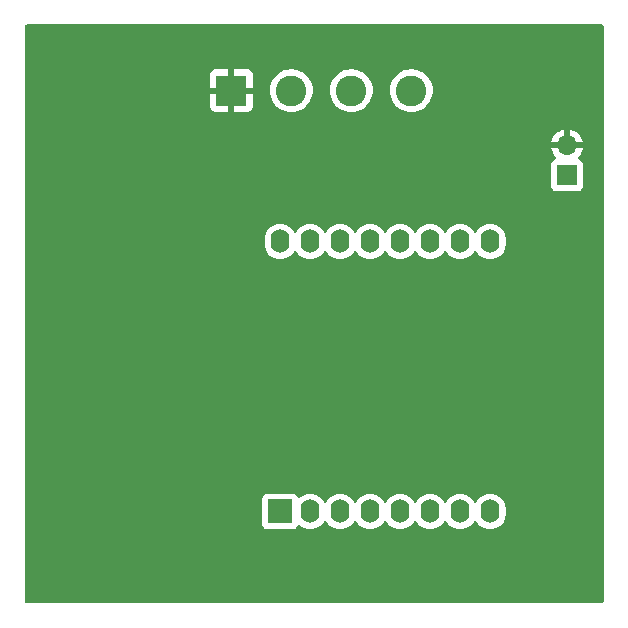
<source format=gbl>
G04 #@! TF.GenerationSoftware,KiCad,Pcbnew,6.0.11+dfsg-1*
G04 #@! TF.CreationDate,2023-05-14T21:59:00-06:00*
G04 #@! TF.ProjectId,dsc-arduino-interface,6473632d-6172-4647-9569-6e6f2d696e74,rev?*
G04 #@! TF.SameCoordinates,Original*
G04 #@! TF.FileFunction,Copper,L2,Bot*
G04 #@! TF.FilePolarity,Positive*
%FSLAX46Y46*%
G04 Gerber Fmt 4.6, Leading zero omitted, Abs format (unit mm)*
G04 Created by KiCad (PCBNEW 6.0.11+dfsg-1) date 2023-05-14 21:59:00*
%MOMM*%
%LPD*%
G01*
G04 APERTURE LIST*
G04 #@! TA.AperFunction,ComponentPad*
%ADD10R,2.000000X2.000000*%
G04 #@! TD*
G04 #@! TA.AperFunction,ComponentPad*
%ADD11O,1.600000X2.000000*%
G04 #@! TD*
G04 #@! TA.AperFunction,ComponentPad*
%ADD12C,2.600000*%
G04 #@! TD*
G04 #@! TA.AperFunction,ComponentPad*
%ADD13R,2.600000X2.600000*%
G04 #@! TD*
G04 #@! TA.AperFunction,ComponentPad*
%ADD14R,1.700000X1.700000*%
G04 #@! TD*
G04 #@! TA.AperFunction,ComponentPad*
%ADD15O,1.700000X1.700000*%
G04 #@! TD*
G04 APERTURE END LIST*
D10*
X102110000Y-90745000D03*
D11*
X104650000Y-90745000D03*
X107190000Y-90745000D03*
X109730000Y-90745000D03*
X112270000Y-90745000D03*
X114810000Y-90745000D03*
X117350000Y-90745000D03*
X119890000Y-90745000D03*
X119890000Y-67885000D03*
X117350000Y-67885000D03*
X114810000Y-67885000D03*
X112270000Y-67885000D03*
X109730000Y-67885000D03*
X107190000Y-67885000D03*
X104650000Y-67885000D03*
X102110000Y-67885000D03*
D12*
X113220000Y-55105000D03*
X108140000Y-55105000D03*
X103060000Y-55105000D03*
D13*
X97980000Y-55105000D03*
D14*
X126400000Y-62275000D03*
D15*
X126400000Y-59735000D03*
G04 #@! TA.AperFunction,Conductor*
G36*
X129433621Y-49528502D02*
G01*
X129480114Y-49582158D01*
X129491500Y-49634500D01*
X129491500Y-98365500D01*
X129471498Y-98433621D01*
X129417842Y-98480114D01*
X129365500Y-98491500D01*
X80634500Y-98491500D01*
X80566379Y-98471498D01*
X80519886Y-98417842D01*
X80508500Y-98365500D01*
X80508500Y-91793134D01*
X100601500Y-91793134D01*
X100608255Y-91855316D01*
X100659385Y-91991705D01*
X100746739Y-92108261D01*
X100863295Y-92195615D01*
X100999684Y-92246745D01*
X101061866Y-92253500D01*
X103158134Y-92253500D01*
X103220316Y-92246745D01*
X103356705Y-92195615D01*
X103473261Y-92108261D01*
X103560615Y-91991705D01*
X103569790Y-91967232D01*
X103612431Y-91910467D01*
X103678992Y-91885766D01*
X103748341Y-91900973D01*
X103776867Y-91922365D01*
X103805700Y-91951198D01*
X103810208Y-91954355D01*
X103810211Y-91954357D01*
X103851536Y-91983293D01*
X103993251Y-92082523D01*
X103998233Y-92084846D01*
X103998238Y-92084849D01*
X104195775Y-92176961D01*
X104200757Y-92179284D01*
X104206065Y-92180706D01*
X104206067Y-92180707D01*
X104416598Y-92237119D01*
X104416600Y-92237119D01*
X104421913Y-92238543D01*
X104650000Y-92258498D01*
X104878087Y-92238543D01*
X104883400Y-92237119D01*
X104883402Y-92237119D01*
X105093933Y-92180707D01*
X105093935Y-92180706D01*
X105099243Y-92179284D01*
X105104225Y-92176961D01*
X105301762Y-92084849D01*
X105301767Y-92084846D01*
X105306749Y-92082523D01*
X105448464Y-91983293D01*
X105489789Y-91954357D01*
X105489792Y-91954355D01*
X105494300Y-91951198D01*
X105656198Y-91789300D01*
X105787523Y-91601749D01*
X105789846Y-91596767D01*
X105789849Y-91596762D01*
X105805805Y-91562543D01*
X105852722Y-91509258D01*
X105920999Y-91489797D01*
X105988959Y-91510339D01*
X106034195Y-91562543D01*
X106050151Y-91596762D01*
X106050154Y-91596767D01*
X106052477Y-91601749D01*
X106183802Y-91789300D01*
X106345700Y-91951198D01*
X106350208Y-91954355D01*
X106350211Y-91954357D01*
X106391536Y-91983293D01*
X106533251Y-92082523D01*
X106538233Y-92084846D01*
X106538238Y-92084849D01*
X106735775Y-92176961D01*
X106740757Y-92179284D01*
X106746065Y-92180706D01*
X106746067Y-92180707D01*
X106956598Y-92237119D01*
X106956600Y-92237119D01*
X106961913Y-92238543D01*
X107190000Y-92258498D01*
X107418087Y-92238543D01*
X107423400Y-92237119D01*
X107423402Y-92237119D01*
X107633933Y-92180707D01*
X107633935Y-92180706D01*
X107639243Y-92179284D01*
X107644225Y-92176961D01*
X107841762Y-92084849D01*
X107841767Y-92084846D01*
X107846749Y-92082523D01*
X107988464Y-91983293D01*
X108029789Y-91954357D01*
X108029792Y-91954355D01*
X108034300Y-91951198D01*
X108196198Y-91789300D01*
X108327523Y-91601749D01*
X108329846Y-91596767D01*
X108329849Y-91596762D01*
X108345805Y-91562543D01*
X108392722Y-91509258D01*
X108460999Y-91489797D01*
X108528959Y-91510339D01*
X108574195Y-91562543D01*
X108590151Y-91596762D01*
X108590154Y-91596767D01*
X108592477Y-91601749D01*
X108723802Y-91789300D01*
X108885700Y-91951198D01*
X108890208Y-91954355D01*
X108890211Y-91954357D01*
X108931536Y-91983293D01*
X109073251Y-92082523D01*
X109078233Y-92084846D01*
X109078238Y-92084849D01*
X109275775Y-92176961D01*
X109280757Y-92179284D01*
X109286065Y-92180706D01*
X109286067Y-92180707D01*
X109496598Y-92237119D01*
X109496600Y-92237119D01*
X109501913Y-92238543D01*
X109730000Y-92258498D01*
X109958087Y-92238543D01*
X109963400Y-92237119D01*
X109963402Y-92237119D01*
X110173933Y-92180707D01*
X110173935Y-92180706D01*
X110179243Y-92179284D01*
X110184225Y-92176961D01*
X110381762Y-92084849D01*
X110381767Y-92084846D01*
X110386749Y-92082523D01*
X110528464Y-91983293D01*
X110569789Y-91954357D01*
X110569792Y-91954355D01*
X110574300Y-91951198D01*
X110736198Y-91789300D01*
X110867523Y-91601749D01*
X110869846Y-91596767D01*
X110869849Y-91596762D01*
X110885805Y-91562543D01*
X110932722Y-91509258D01*
X111000999Y-91489797D01*
X111068959Y-91510339D01*
X111114195Y-91562543D01*
X111130151Y-91596762D01*
X111130154Y-91596767D01*
X111132477Y-91601749D01*
X111263802Y-91789300D01*
X111425700Y-91951198D01*
X111430208Y-91954355D01*
X111430211Y-91954357D01*
X111471536Y-91983293D01*
X111613251Y-92082523D01*
X111618233Y-92084846D01*
X111618238Y-92084849D01*
X111815775Y-92176961D01*
X111820757Y-92179284D01*
X111826065Y-92180706D01*
X111826067Y-92180707D01*
X112036598Y-92237119D01*
X112036600Y-92237119D01*
X112041913Y-92238543D01*
X112270000Y-92258498D01*
X112498087Y-92238543D01*
X112503400Y-92237119D01*
X112503402Y-92237119D01*
X112713933Y-92180707D01*
X112713935Y-92180706D01*
X112719243Y-92179284D01*
X112724225Y-92176961D01*
X112921762Y-92084849D01*
X112921767Y-92084846D01*
X112926749Y-92082523D01*
X113068464Y-91983293D01*
X113109789Y-91954357D01*
X113109792Y-91954355D01*
X113114300Y-91951198D01*
X113276198Y-91789300D01*
X113407523Y-91601749D01*
X113409846Y-91596767D01*
X113409849Y-91596762D01*
X113425805Y-91562543D01*
X113472722Y-91509258D01*
X113540999Y-91489797D01*
X113608959Y-91510339D01*
X113654195Y-91562543D01*
X113670151Y-91596762D01*
X113670154Y-91596767D01*
X113672477Y-91601749D01*
X113803802Y-91789300D01*
X113965700Y-91951198D01*
X113970208Y-91954355D01*
X113970211Y-91954357D01*
X114011536Y-91983293D01*
X114153251Y-92082523D01*
X114158233Y-92084846D01*
X114158238Y-92084849D01*
X114355775Y-92176961D01*
X114360757Y-92179284D01*
X114366065Y-92180706D01*
X114366067Y-92180707D01*
X114576598Y-92237119D01*
X114576600Y-92237119D01*
X114581913Y-92238543D01*
X114810000Y-92258498D01*
X115038087Y-92238543D01*
X115043400Y-92237119D01*
X115043402Y-92237119D01*
X115253933Y-92180707D01*
X115253935Y-92180706D01*
X115259243Y-92179284D01*
X115264225Y-92176961D01*
X115461762Y-92084849D01*
X115461767Y-92084846D01*
X115466749Y-92082523D01*
X115608464Y-91983293D01*
X115649789Y-91954357D01*
X115649792Y-91954355D01*
X115654300Y-91951198D01*
X115816198Y-91789300D01*
X115947523Y-91601749D01*
X115949846Y-91596767D01*
X115949849Y-91596762D01*
X115965805Y-91562543D01*
X116012722Y-91509258D01*
X116080999Y-91489797D01*
X116148959Y-91510339D01*
X116194195Y-91562543D01*
X116210151Y-91596762D01*
X116210154Y-91596767D01*
X116212477Y-91601749D01*
X116343802Y-91789300D01*
X116505700Y-91951198D01*
X116510208Y-91954355D01*
X116510211Y-91954357D01*
X116551536Y-91983293D01*
X116693251Y-92082523D01*
X116698233Y-92084846D01*
X116698238Y-92084849D01*
X116895775Y-92176961D01*
X116900757Y-92179284D01*
X116906065Y-92180706D01*
X116906067Y-92180707D01*
X117116598Y-92237119D01*
X117116600Y-92237119D01*
X117121913Y-92238543D01*
X117350000Y-92258498D01*
X117578087Y-92238543D01*
X117583400Y-92237119D01*
X117583402Y-92237119D01*
X117793933Y-92180707D01*
X117793935Y-92180706D01*
X117799243Y-92179284D01*
X117804225Y-92176961D01*
X118001762Y-92084849D01*
X118001767Y-92084846D01*
X118006749Y-92082523D01*
X118148464Y-91983293D01*
X118189789Y-91954357D01*
X118189792Y-91954355D01*
X118194300Y-91951198D01*
X118356198Y-91789300D01*
X118487523Y-91601749D01*
X118489846Y-91596767D01*
X118489849Y-91596762D01*
X118505805Y-91562543D01*
X118552722Y-91509258D01*
X118620999Y-91489797D01*
X118688959Y-91510339D01*
X118734195Y-91562543D01*
X118750151Y-91596762D01*
X118750154Y-91596767D01*
X118752477Y-91601749D01*
X118883802Y-91789300D01*
X119045700Y-91951198D01*
X119050208Y-91954355D01*
X119050211Y-91954357D01*
X119091536Y-91983293D01*
X119233251Y-92082523D01*
X119238233Y-92084846D01*
X119238238Y-92084849D01*
X119435775Y-92176961D01*
X119440757Y-92179284D01*
X119446065Y-92180706D01*
X119446067Y-92180707D01*
X119656598Y-92237119D01*
X119656600Y-92237119D01*
X119661913Y-92238543D01*
X119890000Y-92258498D01*
X120118087Y-92238543D01*
X120123400Y-92237119D01*
X120123402Y-92237119D01*
X120333933Y-92180707D01*
X120333935Y-92180706D01*
X120339243Y-92179284D01*
X120344225Y-92176961D01*
X120541762Y-92084849D01*
X120541767Y-92084846D01*
X120546749Y-92082523D01*
X120688464Y-91983293D01*
X120729789Y-91954357D01*
X120729792Y-91954355D01*
X120734300Y-91951198D01*
X120896198Y-91789300D01*
X121027523Y-91601749D01*
X121029846Y-91596767D01*
X121029849Y-91596762D01*
X121121961Y-91399225D01*
X121121961Y-91399224D01*
X121124284Y-91394243D01*
X121183543Y-91173087D01*
X121198500Y-91002127D01*
X121198500Y-90487873D01*
X121183543Y-90316913D01*
X121124284Y-90095757D01*
X121045805Y-89927457D01*
X121029849Y-89893238D01*
X121029846Y-89893233D01*
X121027523Y-89888251D01*
X120896198Y-89700700D01*
X120734300Y-89538802D01*
X120729792Y-89535645D01*
X120729789Y-89535643D01*
X120651611Y-89480902D01*
X120546749Y-89407477D01*
X120541767Y-89405154D01*
X120541762Y-89405151D01*
X120344225Y-89313039D01*
X120344224Y-89313039D01*
X120339243Y-89310716D01*
X120333935Y-89309294D01*
X120333933Y-89309293D01*
X120123402Y-89252881D01*
X120123400Y-89252881D01*
X120118087Y-89251457D01*
X119890000Y-89231502D01*
X119661913Y-89251457D01*
X119656600Y-89252881D01*
X119656598Y-89252881D01*
X119446067Y-89309293D01*
X119446065Y-89309294D01*
X119440757Y-89310716D01*
X119435776Y-89313039D01*
X119435775Y-89313039D01*
X119238238Y-89405151D01*
X119238233Y-89405154D01*
X119233251Y-89407477D01*
X119128389Y-89480902D01*
X119050211Y-89535643D01*
X119050208Y-89535645D01*
X119045700Y-89538802D01*
X118883802Y-89700700D01*
X118752477Y-89888251D01*
X118750154Y-89893233D01*
X118750151Y-89893238D01*
X118734195Y-89927457D01*
X118687278Y-89980742D01*
X118619001Y-90000203D01*
X118551041Y-89979661D01*
X118505805Y-89927457D01*
X118489849Y-89893238D01*
X118489846Y-89893233D01*
X118487523Y-89888251D01*
X118356198Y-89700700D01*
X118194300Y-89538802D01*
X118189792Y-89535645D01*
X118189789Y-89535643D01*
X118111611Y-89480902D01*
X118006749Y-89407477D01*
X118001767Y-89405154D01*
X118001762Y-89405151D01*
X117804225Y-89313039D01*
X117804224Y-89313039D01*
X117799243Y-89310716D01*
X117793935Y-89309294D01*
X117793933Y-89309293D01*
X117583402Y-89252881D01*
X117583400Y-89252881D01*
X117578087Y-89251457D01*
X117350000Y-89231502D01*
X117121913Y-89251457D01*
X117116600Y-89252881D01*
X117116598Y-89252881D01*
X116906067Y-89309293D01*
X116906065Y-89309294D01*
X116900757Y-89310716D01*
X116895776Y-89313039D01*
X116895775Y-89313039D01*
X116698238Y-89405151D01*
X116698233Y-89405154D01*
X116693251Y-89407477D01*
X116588389Y-89480902D01*
X116510211Y-89535643D01*
X116510208Y-89535645D01*
X116505700Y-89538802D01*
X116343802Y-89700700D01*
X116212477Y-89888251D01*
X116210154Y-89893233D01*
X116210151Y-89893238D01*
X116194195Y-89927457D01*
X116147278Y-89980742D01*
X116079001Y-90000203D01*
X116011041Y-89979661D01*
X115965805Y-89927457D01*
X115949849Y-89893238D01*
X115949846Y-89893233D01*
X115947523Y-89888251D01*
X115816198Y-89700700D01*
X115654300Y-89538802D01*
X115649792Y-89535645D01*
X115649789Y-89535643D01*
X115571611Y-89480902D01*
X115466749Y-89407477D01*
X115461767Y-89405154D01*
X115461762Y-89405151D01*
X115264225Y-89313039D01*
X115264224Y-89313039D01*
X115259243Y-89310716D01*
X115253935Y-89309294D01*
X115253933Y-89309293D01*
X115043402Y-89252881D01*
X115043400Y-89252881D01*
X115038087Y-89251457D01*
X114810000Y-89231502D01*
X114581913Y-89251457D01*
X114576600Y-89252881D01*
X114576598Y-89252881D01*
X114366067Y-89309293D01*
X114366065Y-89309294D01*
X114360757Y-89310716D01*
X114355776Y-89313039D01*
X114355775Y-89313039D01*
X114158238Y-89405151D01*
X114158233Y-89405154D01*
X114153251Y-89407477D01*
X114048389Y-89480902D01*
X113970211Y-89535643D01*
X113970208Y-89535645D01*
X113965700Y-89538802D01*
X113803802Y-89700700D01*
X113672477Y-89888251D01*
X113670154Y-89893233D01*
X113670151Y-89893238D01*
X113654195Y-89927457D01*
X113607278Y-89980742D01*
X113539001Y-90000203D01*
X113471041Y-89979661D01*
X113425805Y-89927457D01*
X113409849Y-89893238D01*
X113409846Y-89893233D01*
X113407523Y-89888251D01*
X113276198Y-89700700D01*
X113114300Y-89538802D01*
X113109792Y-89535645D01*
X113109789Y-89535643D01*
X113031611Y-89480902D01*
X112926749Y-89407477D01*
X112921767Y-89405154D01*
X112921762Y-89405151D01*
X112724225Y-89313039D01*
X112724224Y-89313039D01*
X112719243Y-89310716D01*
X112713935Y-89309294D01*
X112713933Y-89309293D01*
X112503402Y-89252881D01*
X112503400Y-89252881D01*
X112498087Y-89251457D01*
X112270000Y-89231502D01*
X112041913Y-89251457D01*
X112036600Y-89252881D01*
X112036598Y-89252881D01*
X111826067Y-89309293D01*
X111826065Y-89309294D01*
X111820757Y-89310716D01*
X111815776Y-89313039D01*
X111815775Y-89313039D01*
X111618238Y-89405151D01*
X111618233Y-89405154D01*
X111613251Y-89407477D01*
X111508389Y-89480902D01*
X111430211Y-89535643D01*
X111430208Y-89535645D01*
X111425700Y-89538802D01*
X111263802Y-89700700D01*
X111132477Y-89888251D01*
X111130154Y-89893233D01*
X111130151Y-89893238D01*
X111114195Y-89927457D01*
X111067278Y-89980742D01*
X110999001Y-90000203D01*
X110931041Y-89979661D01*
X110885805Y-89927457D01*
X110869849Y-89893238D01*
X110869846Y-89893233D01*
X110867523Y-89888251D01*
X110736198Y-89700700D01*
X110574300Y-89538802D01*
X110569792Y-89535645D01*
X110569789Y-89535643D01*
X110491611Y-89480902D01*
X110386749Y-89407477D01*
X110381767Y-89405154D01*
X110381762Y-89405151D01*
X110184225Y-89313039D01*
X110184224Y-89313039D01*
X110179243Y-89310716D01*
X110173935Y-89309294D01*
X110173933Y-89309293D01*
X109963402Y-89252881D01*
X109963400Y-89252881D01*
X109958087Y-89251457D01*
X109730000Y-89231502D01*
X109501913Y-89251457D01*
X109496600Y-89252881D01*
X109496598Y-89252881D01*
X109286067Y-89309293D01*
X109286065Y-89309294D01*
X109280757Y-89310716D01*
X109275776Y-89313039D01*
X109275775Y-89313039D01*
X109078238Y-89405151D01*
X109078233Y-89405154D01*
X109073251Y-89407477D01*
X108968389Y-89480902D01*
X108890211Y-89535643D01*
X108890208Y-89535645D01*
X108885700Y-89538802D01*
X108723802Y-89700700D01*
X108592477Y-89888251D01*
X108590154Y-89893233D01*
X108590151Y-89893238D01*
X108574195Y-89927457D01*
X108527278Y-89980742D01*
X108459001Y-90000203D01*
X108391041Y-89979661D01*
X108345805Y-89927457D01*
X108329849Y-89893238D01*
X108329846Y-89893233D01*
X108327523Y-89888251D01*
X108196198Y-89700700D01*
X108034300Y-89538802D01*
X108029792Y-89535645D01*
X108029789Y-89535643D01*
X107951611Y-89480902D01*
X107846749Y-89407477D01*
X107841767Y-89405154D01*
X107841762Y-89405151D01*
X107644225Y-89313039D01*
X107644224Y-89313039D01*
X107639243Y-89310716D01*
X107633935Y-89309294D01*
X107633933Y-89309293D01*
X107423402Y-89252881D01*
X107423400Y-89252881D01*
X107418087Y-89251457D01*
X107190000Y-89231502D01*
X106961913Y-89251457D01*
X106956600Y-89252881D01*
X106956598Y-89252881D01*
X106746067Y-89309293D01*
X106746065Y-89309294D01*
X106740757Y-89310716D01*
X106735776Y-89313039D01*
X106735775Y-89313039D01*
X106538238Y-89405151D01*
X106538233Y-89405154D01*
X106533251Y-89407477D01*
X106428389Y-89480902D01*
X106350211Y-89535643D01*
X106350208Y-89535645D01*
X106345700Y-89538802D01*
X106183802Y-89700700D01*
X106052477Y-89888251D01*
X106050154Y-89893233D01*
X106050151Y-89893238D01*
X106034195Y-89927457D01*
X105987278Y-89980742D01*
X105919001Y-90000203D01*
X105851041Y-89979661D01*
X105805805Y-89927457D01*
X105789849Y-89893238D01*
X105789846Y-89893233D01*
X105787523Y-89888251D01*
X105656198Y-89700700D01*
X105494300Y-89538802D01*
X105489792Y-89535645D01*
X105489789Y-89535643D01*
X105411611Y-89480902D01*
X105306749Y-89407477D01*
X105301767Y-89405154D01*
X105301762Y-89405151D01*
X105104225Y-89313039D01*
X105104224Y-89313039D01*
X105099243Y-89310716D01*
X105093935Y-89309294D01*
X105093933Y-89309293D01*
X104883402Y-89252881D01*
X104883400Y-89252881D01*
X104878087Y-89251457D01*
X104650000Y-89231502D01*
X104421913Y-89251457D01*
X104416600Y-89252881D01*
X104416598Y-89252881D01*
X104206067Y-89309293D01*
X104206065Y-89309294D01*
X104200757Y-89310716D01*
X104195776Y-89313039D01*
X104195775Y-89313039D01*
X103998238Y-89405151D01*
X103998233Y-89405154D01*
X103993251Y-89407477D01*
X103888389Y-89480902D01*
X103810211Y-89535643D01*
X103810208Y-89535645D01*
X103805700Y-89538802D01*
X103776867Y-89567635D01*
X103714555Y-89601661D01*
X103643740Y-89596596D01*
X103586904Y-89554049D01*
X103569790Y-89522768D01*
X103563769Y-89506707D01*
X103563767Y-89506703D01*
X103560615Y-89498295D01*
X103473261Y-89381739D01*
X103356705Y-89294385D01*
X103220316Y-89243255D01*
X103158134Y-89236500D01*
X101061866Y-89236500D01*
X100999684Y-89243255D01*
X100863295Y-89294385D01*
X100746739Y-89381739D01*
X100659385Y-89498295D01*
X100608255Y-89634684D01*
X100601500Y-89696866D01*
X100601500Y-91793134D01*
X80508500Y-91793134D01*
X80508500Y-68142127D01*
X100801500Y-68142127D01*
X100816457Y-68313087D01*
X100875716Y-68534243D01*
X100878039Y-68539224D01*
X100878039Y-68539225D01*
X100970151Y-68736762D01*
X100970154Y-68736767D01*
X100972477Y-68741749D01*
X101103802Y-68929300D01*
X101265700Y-69091198D01*
X101270208Y-69094355D01*
X101270211Y-69094357D01*
X101348389Y-69149098D01*
X101453251Y-69222523D01*
X101458233Y-69224846D01*
X101458238Y-69224849D01*
X101655775Y-69316961D01*
X101660757Y-69319284D01*
X101666065Y-69320706D01*
X101666067Y-69320707D01*
X101876598Y-69377119D01*
X101876600Y-69377119D01*
X101881913Y-69378543D01*
X102110000Y-69398498D01*
X102338087Y-69378543D01*
X102343400Y-69377119D01*
X102343402Y-69377119D01*
X102553933Y-69320707D01*
X102553935Y-69320706D01*
X102559243Y-69319284D01*
X102564225Y-69316961D01*
X102761762Y-69224849D01*
X102761767Y-69224846D01*
X102766749Y-69222523D01*
X102871611Y-69149098D01*
X102949789Y-69094357D01*
X102949792Y-69094355D01*
X102954300Y-69091198D01*
X103116198Y-68929300D01*
X103247523Y-68741749D01*
X103249846Y-68736767D01*
X103249849Y-68736762D01*
X103265805Y-68702543D01*
X103312722Y-68649258D01*
X103380999Y-68629797D01*
X103448959Y-68650339D01*
X103494195Y-68702543D01*
X103510151Y-68736762D01*
X103510154Y-68736767D01*
X103512477Y-68741749D01*
X103643802Y-68929300D01*
X103805700Y-69091198D01*
X103810208Y-69094355D01*
X103810211Y-69094357D01*
X103888389Y-69149098D01*
X103993251Y-69222523D01*
X103998233Y-69224846D01*
X103998238Y-69224849D01*
X104195775Y-69316961D01*
X104200757Y-69319284D01*
X104206065Y-69320706D01*
X104206067Y-69320707D01*
X104416598Y-69377119D01*
X104416600Y-69377119D01*
X104421913Y-69378543D01*
X104650000Y-69398498D01*
X104878087Y-69378543D01*
X104883400Y-69377119D01*
X104883402Y-69377119D01*
X105093933Y-69320707D01*
X105093935Y-69320706D01*
X105099243Y-69319284D01*
X105104225Y-69316961D01*
X105301762Y-69224849D01*
X105301767Y-69224846D01*
X105306749Y-69222523D01*
X105411611Y-69149098D01*
X105489789Y-69094357D01*
X105489792Y-69094355D01*
X105494300Y-69091198D01*
X105656198Y-68929300D01*
X105787523Y-68741749D01*
X105789846Y-68736767D01*
X105789849Y-68736762D01*
X105805805Y-68702543D01*
X105852722Y-68649258D01*
X105920999Y-68629797D01*
X105988959Y-68650339D01*
X106034195Y-68702543D01*
X106050151Y-68736762D01*
X106050154Y-68736767D01*
X106052477Y-68741749D01*
X106183802Y-68929300D01*
X106345700Y-69091198D01*
X106350208Y-69094355D01*
X106350211Y-69094357D01*
X106428389Y-69149098D01*
X106533251Y-69222523D01*
X106538233Y-69224846D01*
X106538238Y-69224849D01*
X106735775Y-69316961D01*
X106740757Y-69319284D01*
X106746065Y-69320706D01*
X106746067Y-69320707D01*
X106956598Y-69377119D01*
X106956600Y-69377119D01*
X106961913Y-69378543D01*
X107190000Y-69398498D01*
X107418087Y-69378543D01*
X107423400Y-69377119D01*
X107423402Y-69377119D01*
X107633933Y-69320707D01*
X107633935Y-69320706D01*
X107639243Y-69319284D01*
X107644225Y-69316961D01*
X107841762Y-69224849D01*
X107841767Y-69224846D01*
X107846749Y-69222523D01*
X107951611Y-69149098D01*
X108029789Y-69094357D01*
X108029792Y-69094355D01*
X108034300Y-69091198D01*
X108196198Y-68929300D01*
X108327523Y-68741749D01*
X108329846Y-68736767D01*
X108329849Y-68736762D01*
X108345805Y-68702543D01*
X108392722Y-68649258D01*
X108460999Y-68629797D01*
X108528959Y-68650339D01*
X108574195Y-68702543D01*
X108590151Y-68736762D01*
X108590154Y-68736767D01*
X108592477Y-68741749D01*
X108723802Y-68929300D01*
X108885700Y-69091198D01*
X108890208Y-69094355D01*
X108890211Y-69094357D01*
X108968389Y-69149098D01*
X109073251Y-69222523D01*
X109078233Y-69224846D01*
X109078238Y-69224849D01*
X109275775Y-69316961D01*
X109280757Y-69319284D01*
X109286065Y-69320706D01*
X109286067Y-69320707D01*
X109496598Y-69377119D01*
X109496600Y-69377119D01*
X109501913Y-69378543D01*
X109730000Y-69398498D01*
X109958087Y-69378543D01*
X109963400Y-69377119D01*
X109963402Y-69377119D01*
X110173933Y-69320707D01*
X110173935Y-69320706D01*
X110179243Y-69319284D01*
X110184225Y-69316961D01*
X110381762Y-69224849D01*
X110381767Y-69224846D01*
X110386749Y-69222523D01*
X110491611Y-69149098D01*
X110569789Y-69094357D01*
X110569792Y-69094355D01*
X110574300Y-69091198D01*
X110736198Y-68929300D01*
X110867523Y-68741749D01*
X110869846Y-68736767D01*
X110869849Y-68736762D01*
X110885805Y-68702543D01*
X110932722Y-68649258D01*
X111000999Y-68629797D01*
X111068959Y-68650339D01*
X111114195Y-68702543D01*
X111130151Y-68736762D01*
X111130154Y-68736767D01*
X111132477Y-68741749D01*
X111263802Y-68929300D01*
X111425700Y-69091198D01*
X111430208Y-69094355D01*
X111430211Y-69094357D01*
X111508389Y-69149098D01*
X111613251Y-69222523D01*
X111618233Y-69224846D01*
X111618238Y-69224849D01*
X111815775Y-69316961D01*
X111820757Y-69319284D01*
X111826065Y-69320706D01*
X111826067Y-69320707D01*
X112036598Y-69377119D01*
X112036600Y-69377119D01*
X112041913Y-69378543D01*
X112270000Y-69398498D01*
X112498087Y-69378543D01*
X112503400Y-69377119D01*
X112503402Y-69377119D01*
X112713933Y-69320707D01*
X112713935Y-69320706D01*
X112719243Y-69319284D01*
X112724225Y-69316961D01*
X112921762Y-69224849D01*
X112921767Y-69224846D01*
X112926749Y-69222523D01*
X113031611Y-69149098D01*
X113109789Y-69094357D01*
X113109792Y-69094355D01*
X113114300Y-69091198D01*
X113276198Y-68929300D01*
X113407523Y-68741749D01*
X113409846Y-68736767D01*
X113409849Y-68736762D01*
X113425805Y-68702543D01*
X113472722Y-68649258D01*
X113540999Y-68629797D01*
X113608959Y-68650339D01*
X113654195Y-68702543D01*
X113670151Y-68736762D01*
X113670154Y-68736767D01*
X113672477Y-68741749D01*
X113803802Y-68929300D01*
X113965700Y-69091198D01*
X113970208Y-69094355D01*
X113970211Y-69094357D01*
X114048389Y-69149098D01*
X114153251Y-69222523D01*
X114158233Y-69224846D01*
X114158238Y-69224849D01*
X114355775Y-69316961D01*
X114360757Y-69319284D01*
X114366065Y-69320706D01*
X114366067Y-69320707D01*
X114576598Y-69377119D01*
X114576600Y-69377119D01*
X114581913Y-69378543D01*
X114810000Y-69398498D01*
X115038087Y-69378543D01*
X115043400Y-69377119D01*
X115043402Y-69377119D01*
X115253933Y-69320707D01*
X115253935Y-69320706D01*
X115259243Y-69319284D01*
X115264225Y-69316961D01*
X115461762Y-69224849D01*
X115461767Y-69224846D01*
X115466749Y-69222523D01*
X115571611Y-69149098D01*
X115649789Y-69094357D01*
X115649792Y-69094355D01*
X115654300Y-69091198D01*
X115816198Y-68929300D01*
X115947523Y-68741749D01*
X115949846Y-68736767D01*
X115949849Y-68736762D01*
X115965805Y-68702543D01*
X116012722Y-68649258D01*
X116080999Y-68629797D01*
X116148959Y-68650339D01*
X116194195Y-68702543D01*
X116210151Y-68736762D01*
X116210154Y-68736767D01*
X116212477Y-68741749D01*
X116343802Y-68929300D01*
X116505700Y-69091198D01*
X116510208Y-69094355D01*
X116510211Y-69094357D01*
X116588389Y-69149098D01*
X116693251Y-69222523D01*
X116698233Y-69224846D01*
X116698238Y-69224849D01*
X116895775Y-69316961D01*
X116900757Y-69319284D01*
X116906065Y-69320706D01*
X116906067Y-69320707D01*
X117116598Y-69377119D01*
X117116600Y-69377119D01*
X117121913Y-69378543D01*
X117350000Y-69398498D01*
X117578087Y-69378543D01*
X117583400Y-69377119D01*
X117583402Y-69377119D01*
X117793933Y-69320707D01*
X117793935Y-69320706D01*
X117799243Y-69319284D01*
X117804225Y-69316961D01*
X118001762Y-69224849D01*
X118001767Y-69224846D01*
X118006749Y-69222523D01*
X118111611Y-69149098D01*
X118189789Y-69094357D01*
X118189792Y-69094355D01*
X118194300Y-69091198D01*
X118356198Y-68929300D01*
X118487523Y-68741749D01*
X118489846Y-68736767D01*
X118489849Y-68736762D01*
X118505805Y-68702543D01*
X118552722Y-68649258D01*
X118620999Y-68629797D01*
X118688959Y-68650339D01*
X118734195Y-68702543D01*
X118750151Y-68736762D01*
X118750154Y-68736767D01*
X118752477Y-68741749D01*
X118883802Y-68929300D01*
X119045700Y-69091198D01*
X119050208Y-69094355D01*
X119050211Y-69094357D01*
X119128389Y-69149098D01*
X119233251Y-69222523D01*
X119238233Y-69224846D01*
X119238238Y-69224849D01*
X119435775Y-69316961D01*
X119440757Y-69319284D01*
X119446065Y-69320706D01*
X119446067Y-69320707D01*
X119656598Y-69377119D01*
X119656600Y-69377119D01*
X119661913Y-69378543D01*
X119890000Y-69398498D01*
X120118087Y-69378543D01*
X120123400Y-69377119D01*
X120123402Y-69377119D01*
X120333933Y-69320707D01*
X120333935Y-69320706D01*
X120339243Y-69319284D01*
X120344225Y-69316961D01*
X120541762Y-69224849D01*
X120541767Y-69224846D01*
X120546749Y-69222523D01*
X120651611Y-69149098D01*
X120729789Y-69094357D01*
X120729792Y-69094355D01*
X120734300Y-69091198D01*
X120896198Y-68929300D01*
X121027523Y-68741749D01*
X121029846Y-68736767D01*
X121029849Y-68736762D01*
X121121961Y-68539225D01*
X121121961Y-68539224D01*
X121124284Y-68534243D01*
X121183543Y-68313087D01*
X121198500Y-68142127D01*
X121198500Y-67627873D01*
X121183543Y-67456913D01*
X121124284Y-67235757D01*
X121045805Y-67067457D01*
X121029849Y-67033238D01*
X121029846Y-67033233D01*
X121027523Y-67028251D01*
X120896198Y-66840700D01*
X120734300Y-66678802D01*
X120729792Y-66675645D01*
X120729789Y-66675643D01*
X120651611Y-66620902D01*
X120546749Y-66547477D01*
X120541767Y-66545154D01*
X120541762Y-66545151D01*
X120344225Y-66453039D01*
X120344224Y-66453039D01*
X120339243Y-66450716D01*
X120333935Y-66449294D01*
X120333933Y-66449293D01*
X120123402Y-66392881D01*
X120123400Y-66392881D01*
X120118087Y-66391457D01*
X119890000Y-66371502D01*
X119661913Y-66391457D01*
X119656600Y-66392881D01*
X119656598Y-66392881D01*
X119446067Y-66449293D01*
X119446065Y-66449294D01*
X119440757Y-66450716D01*
X119435776Y-66453039D01*
X119435775Y-66453039D01*
X119238238Y-66545151D01*
X119238233Y-66545154D01*
X119233251Y-66547477D01*
X119128389Y-66620902D01*
X119050211Y-66675643D01*
X119050208Y-66675645D01*
X119045700Y-66678802D01*
X118883802Y-66840700D01*
X118752477Y-67028251D01*
X118750154Y-67033233D01*
X118750151Y-67033238D01*
X118734195Y-67067457D01*
X118687278Y-67120742D01*
X118619001Y-67140203D01*
X118551041Y-67119661D01*
X118505805Y-67067457D01*
X118489849Y-67033238D01*
X118489846Y-67033233D01*
X118487523Y-67028251D01*
X118356198Y-66840700D01*
X118194300Y-66678802D01*
X118189792Y-66675645D01*
X118189789Y-66675643D01*
X118111611Y-66620902D01*
X118006749Y-66547477D01*
X118001767Y-66545154D01*
X118001762Y-66545151D01*
X117804225Y-66453039D01*
X117804224Y-66453039D01*
X117799243Y-66450716D01*
X117793935Y-66449294D01*
X117793933Y-66449293D01*
X117583402Y-66392881D01*
X117583400Y-66392881D01*
X117578087Y-66391457D01*
X117350000Y-66371502D01*
X117121913Y-66391457D01*
X117116600Y-66392881D01*
X117116598Y-66392881D01*
X116906067Y-66449293D01*
X116906065Y-66449294D01*
X116900757Y-66450716D01*
X116895776Y-66453039D01*
X116895775Y-66453039D01*
X116698238Y-66545151D01*
X116698233Y-66545154D01*
X116693251Y-66547477D01*
X116588389Y-66620902D01*
X116510211Y-66675643D01*
X116510208Y-66675645D01*
X116505700Y-66678802D01*
X116343802Y-66840700D01*
X116212477Y-67028251D01*
X116210154Y-67033233D01*
X116210151Y-67033238D01*
X116194195Y-67067457D01*
X116147278Y-67120742D01*
X116079001Y-67140203D01*
X116011041Y-67119661D01*
X115965805Y-67067457D01*
X115949849Y-67033238D01*
X115949846Y-67033233D01*
X115947523Y-67028251D01*
X115816198Y-66840700D01*
X115654300Y-66678802D01*
X115649792Y-66675645D01*
X115649789Y-66675643D01*
X115571611Y-66620902D01*
X115466749Y-66547477D01*
X115461767Y-66545154D01*
X115461762Y-66545151D01*
X115264225Y-66453039D01*
X115264224Y-66453039D01*
X115259243Y-66450716D01*
X115253935Y-66449294D01*
X115253933Y-66449293D01*
X115043402Y-66392881D01*
X115043400Y-66392881D01*
X115038087Y-66391457D01*
X114810000Y-66371502D01*
X114581913Y-66391457D01*
X114576600Y-66392881D01*
X114576598Y-66392881D01*
X114366067Y-66449293D01*
X114366065Y-66449294D01*
X114360757Y-66450716D01*
X114355776Y-66453039D01*
X114355775Y-66453039D01*
X114158238Y-66545151D01*
X114158233Y-66545154D01*
X114153251Y-66547477D01*
X114048389Y-66620902D01*
X113970211Y-66675643D01*
X113970208Y-66675645D01*
X113965700Y-66678802D01*
X113803802Y-66840700D01*
X113672477Y-67028251D01*
X113670154Y-67033233D01*
X113670151Y-67033238D01*
X113654195Y-67067457D01*
X113607278Y-67120742D01*
X113539001Y-67140203D01*
X113471041Y-67119661D01*
X113425805Y-67067457D01*
X113409849Y-67033238D01*
X113409846Y-67033233D01*
X113407523Y-67028251D01*
X113276198Y-66840700D01*
X113114300Y-66678802D01*
X113109792Y-66675645D01*
X113109789Y-66675643D01*
X113031611Y-66620902D01*
X112926749Y-66547477D01*
X112921767Y-66545154D01*
X112921762Y-66545151D01*
X112724225Y-66453039D01*
X112724224Y-66453039D01*
X112719243Y-66450716D01*
X112713935Y-66449294D01*
X112713933Y-66449293D01*
X112503402Y-66392881D01*
X112503400Y-66392881D01*
X112498087Y-66391457D01*
X112270000Y-66371502D01*
X112041913Y-66391457D01*
X112036600Y-66392881D01*
X112036598Y-66392881D01*
X111826067Y-66449293D01*
X111826065Y-66449294D01*
X111820757Y-66450716D01*
X111815776Y-66453039D01*
X111815775Y-66453039D01*
X111618238Y-66545151D01*
X111618233Y-66545154D01*
X111613251Y-66547477D01*
X111508389Y-66620902D01*
X111430211Y-66675643D01*
X111430208Y-66675645D01*
X111425700Y-66678802D01*
X111263802Y-66840700D01*
X111132477Y-67028251D01*
X111130154Y-67033233D01*
X111130151Y-67033238D01*
X111114195Y-67067457D01*
X111067278Y-67120742D01*
X110999001Y-67140203D01*
X110931041Y-67119661D01*
X110885805Y-67067457D01*
X110869849Y-67033238D01*
X110869846Y-67033233D01*
X110867523Y-67028251D01*
X110736198Y-66840700D01*
X110574300Y-66678802D01*
X110569792Y-66675645D01*
X110569789Y-66675643D01*
X110491611Y-66620902D01*
X110386749Y-66547477D01*
X110381767Y-66545154D01*
X110381762Y-66545151D01*
X110184225Y-66453039D01*
X110184224Y-66453039D01*
X110179243Y-66450716D01*
X110173935Y-66449294D01*
X110173933Y-66449293D01*
X109963402Y-66392881D01*
X109963400Y-66392881D01*
X109958087Y-66391457D01*
X109730000Y-66371502D01*
X109501913Y-66391457D01*
X109496600Y-66392881D01*
X109496598Y-66392881D01*
X109286067Y-66449293D01*
X109286065Y-66449294D01*
X109280757Y-66450716D01*
X109275776Y-66453039D01*
X109275775Y-66453039D01*
X109078238Y-66545151D01*
X109078233Y-66545154D01*
X109073251Y-66547477D01*
X108968389Y-66620902D01*
X108890211Y-66675643D01*
X108890208Y-66675645D01*
X108885700Y-66678802D01*
X108723802Y-66840700D01*
X108592477Y-67028251D01*
X108590154Y-67033233D01*
X108590151Y-67033238D01*
X108574195Y-67067457D01*
X108527278Y-67120742D01*
X108459001Y-67140203D01*
X108391041Y-67119661D01*
X108345805Y-67067457D01*
X108329849Y-67033238D01*
X108329846Y-67033233D01*
X108327523Y-67028251D01*
X108196198Y-66840700D01*
X108034300Y-66678802D01*
X108029792Y-66675645D01*
X108029789Y-66675643D01*
X107951611Y-66620902D01*
X107846749Y-66547477D01*
X107841767Y-66545154D01*
X107841762Y-66545151D01*
X107644225Y-66453039D01*
X107644224Y-66453039D01*
X107639243Y-66450716D01*
X107633935Y-66449294D01*
X107633933Y-66449293D01*
X107423402Y-66392881D01*
X107423400Y-66392881D01*
X107418087Y-66391457D01*
X107190000Y-66371502D01*
X106961913Y-66391457D01*
X106956600Y-66392881D01*
X106956598Y-66392881D01*
X106746067Y-66449293D01*
X106746065Y-66449294D01*
X106740757Y-66450716D01*
X106735776Y-66453039D01*
X106735775Y-66453039D01*
X106538238Y-66545151D01*
X106538233Y-66545154D01*
X106533251Y-66547477D01*
X106428389Y-66620902D01*
X106350211Y-66675643D01*
X106350208Y-66675645D01*
X106345700Y-66678802D01*
X106183802Y-66840700D01*
X106052477Y-67028251D01*
X106050154Y-67033233D01*
X106050151Y-67033238D01*
X106034195Y-67067457D01*
X105987278Y-67120742D01*
X105919001Y-67140203D01*
X105851041Y-67119661D01*
X105805805Y-67067457D01*
X105789849Y-67033238D01*
X105789846Y-67033233D01*
X105787523Y-67028251D01*
X105656198Y-66840700D01*
X105494300Y-66678802D01*
X105489792Y-66675645D01*
X105489789Y-66675643D01*
X105411611Y-66620902D01*
X105306749Y-66547477D01*
X105301767Y-66545154D01*
X105301762Y-66545151D01*
X105104225Y-66453039D01*
X105104224Y-66453039D01*
X105099243Y-66450716D01*
X105093935Y-66449294D01*
X105093933Y-66449293D01*
X104883402Y-66392881D01*
X104883400Y-66392881D01*
X104878087Y-66391457D01*
X104650000Y-66371502D01*
X104421913Y-66391457D01*
X104416600Y-66392881D01*
X104416598Y-66392881D01*
X104206067Y-66449293D01*
X104206065Y-66449294D01*
X104200757Y-66450716D01*
X104195776Y-66453039D01*
X104195775Y-66453039D01*
X103998238Y-66545151D01*
X103998233Y-66545154D01*
X103993251Y-66547477D01*
X103888389Y-66620902D01*
X103810211Y-66675643D01*
X103810208Y-66675645D01*
X103805700Y-66678802D01*
X103643802Y-66840700D01*
X103512477Y-67028251D01*
X103510154Y-67033233D01*
X103510151Y-67033238D01*
X103494195Y-67067457D01*
X103447278Y-67120742D01*
X103379001Y-67140203D01*
X103311041Y-67119661D01*
X103265805Y-67067457D01*
X103249849Y-67033238D01*
X103249846Y-67033233D01*
X103247523Y-67028251D01*
X103116198Y-66840700D01*
X102954300Y-66678802D01*
X102949792Y-66675645D01*
X102949789Y-66675643D01*
X102871611Y-66620902D01*
X102766749Y-66547477D01*
X102761767Y-66545154D01*
X102761762Y-66545151D01*
X102564225Y-66453039D01*
X102564224Y-66453039D01*
X102559243Y-66450716D01*
X102553935Y-66449294D01*
X102553933Y-66449293D01*
X102343402Y-66392881D01*
X102343400Y-66392881D01*
X102338087Y-66391457D01*
X102110000Y-66371502D01*
X101881913Y-66391457D01*
X101876600Y-66392881D01*
X101876598Y-66392881D01*
X101666067Y-66449293D01*
X101666065Y-66449294D01*
X101660757Y-66450716D01*
X101655776Y-66453039D01*
X101655775Y-66453039D01*
X101458238Y-66545151D01*
X101458233Y-66545154D01*
X101453251Y-66547477D01*
X101348389Y-66620902D01*
X101270211Y-66675643D01*
X101270208Y-66675645D01*
X101265700Y-66678802D01*
X101103802Y-66840700D01*
X100972477Y-67028251D01*
X100970154Y-67033233D01*
X100970151Y-67033238D01*
X100954195Y-67067457D01*
X100875716Y-67235757D01*
X100816457Y-67456913D01*
X100801500Y-67627873D01*
X100801500Y-68142127D01*
X80508500Y-68142127D01*
X80508500Y-63173134D01*
X125041500Y-63173134D01*
X125048255Y-63235316D01*
X125099385Y-63371705D01*
X125186739Y-63488261D01*
X125303295Y-63575615D01*
X125439684Y-63626745D01*
X125501866Y-63633500D01*
X127298134Y-63633500D01*
X127360316Y-63626745D01*
X127496705Y-63575615D01*
X127613261Y-63488261D01*
X127700615Y-63371705D01*
X127751745Y-63235316D01*
X127758500Y-63173134D01*
X127758500Y-61376866D01*
X127751745Y-61314684D01*
X127700615Y-61178295D01*
X127613261Y-61061739D01*
X127496705Y-60974385D01*
X127377687Y-60929767D01*
X127320923Y-60887125D01*
X127296223Y-60820564D01*
X127311430Y-60751215D01*
X127332977Y-60722535D01*
X127434052Y-60621812D01*
X127440730Y-60613965D01*
X127565003Y-60441020D01*
X127570313Y-60432183D01*
X127664670Y-60241267D01*
X127668469Y-60231672D01*
X127730377Y-60027910D01*
X127732555Y-60017837D01*
X127733986Y-60006962D01*
X127731775Y-59992778D01*
X127718617Y-59989000D01*
X125083225Y-59989000D01*
X125069694Y-59992973D01*
X125068257Y-60002966D01*
X125098565Y-60137446D01*
X125101645Y-60147275D01*
X125181770Y-60344603D01*
X125186413Y-60353794D01*
X125297694Y-60535388D01*
X125303777Y-60543699D01*
X125443213Y-60704667D01*
X125450577Y-60711879D01*
X125455522Y-60715985D01*
X125495156Y-60774889D01*
X125496653Y-60845870D01*
X125459537Y-60906392D01*
X125419264Y-60930910D01*
X125311705Y-60971232D01*
X125311704Y-60971233D01*
X125303295Y-60974385D01*
X125186739Y-61061739D01*
X125099385Y-61178295D01*
X125048255Y-61314684D01*
X125041500Y-61376866D01*
X125041500Y-63173134D01*
X80508500Y-63173134D01*
X80508500Y-59469183D01*
X125064389Y-59469183D01*
X125065912Y-59477607D01*
X125078292Y-59481000D01*
X126127885Y-59481000D01*
X126143124Y-59476525D01*
X126144329Y-59475135D01*
X126146000Y-59467452D01*
X126146000Y-59462885D01*
X126654000Y-59462885D01*
X126658475Y-59478124D01*
X126659865Y-59479329D01*
X126667548Y-59481000D01*
X127718344Y-59481000D01*
X127731875Y-59477027D01*
X127733180Y-59467947D01*
X127691214Y-59300875D01*
X127687894Y-59291124D01*
X127602972Y-59095814D01*
X127598105Y-59086739D01*
X127482426Y-58907926D01*
X127476136Y-58899757D01*
X127332806Y-58742240D01*
X127325273Y-58735215D01*
X127158139Y-58603222D01*
X127149552Y-58597517D01*
X126963117Y-58494599D01*
X126953705Y-58490369D01*
X126752959Y-58419280D01*
X126742988Y-58416646D01*
X126671837Y-58403972D01*
X126658540Y-58405432D01*
X126654000Y-58419989D01*
X126654000Y-59462885D01*
X126146000Y-59462885D01*
X126146000Y-58418102D01*
X126142082Y-58404758D01*
X126127806Y-58402771D01*
X126089324Y-58408660D01*
X126079288Y-58411051D01*
X125876868Y-58477212D01*
X125867359Y-58481209D01*
X125678463Y-58579542D01*
X125669738Y-58585036D01*
X125499433Y-58712905D01*
X125491726Y-58719748D01*
X125344590Y-58873717D01*
X125338104Y-58881727D01*
X125218098Y-59057649D01*
X125213000Y-59066623D01*
X125123338Y-59259783D01*
X125119775Y-59269470D01*
X125064389Y-59469183D01*
X80508500Y-59469183D01*
X80508500Y-56449669D01*
X96172001Y-56449669D01*
X96172371Y-56456490D01*
X96177895Y-56507352D01*
X96181521Y-56522604D01*
X96226676Y-56643054D01*
X96235214Y-56658649D01*
X96311715Y-56760724D01*
X96324276Y-56773285D01*
X96426351Y-56849786D01*
X96441946Y-56858324D01*
X96562394Y-56903478D01*
X96577649Y-56907105D01*
X96628514Y-56912631D01*
X96635328Y-56913000D01*
X97707885Y-56913000D01*
X97723124Y-56908525D01*
X97724329Y-56907135D01*
X97726000Y-56899452D01*
X97726000Y-56894884D01*
X98234000Y-56894884D01*
X98238475Y-56910123D01*
X98239865Y-56911328D01*
X98247548Y-56912999D01*
X99324669Y-56912999D01*
X99331490Y-56912629D01*
X99382352Y-56907105D01*
X99397604Y-56903479D01*
X99518054Y-56858324D01*
X99533649Y-56849786D01*
X99635724Y-56773285D01*
X99648285Y-56760724D01*
X99724786Y-56658649D01*
X99733324Y-56643054D01*
X99778478Y-56522606D01*
X99782105Y-56507351D01*
X99787631Y-56456486D01*
X99788000Y-56449672D01*
X99788000Y-55377115D01*
X99783525Y-55361876D01*
X99782135Y-55360671D01*
X99774452Y-55359000D01*
X98252115Y-55359000D01*
X98236876Y-55363475D01*
X98235671Y-55364865D01*
X98234000Y-55372548D01*
X98234000Y-56894884D01*
X97726000Y-56894884D01*
X97726000Y-55377115D01*
X97721525Y-55361876D01*
X97720135Y-55360671D01*
X97712452Y-55359000D01*
X96190116Y-55359000D01*
X96174877Y-55363475D01*
X96173672Y-55364865D01*
X96172001Y-55372548D01*
X96172001Y-56449669D01*
X80508500Y-56449669D01*
X80508500Y-55057526D01*
X101247050Y-55057526D01*
X101259947Y-55326019D01*
X101312388Y-55589656D01*
X101403220Y-55842646D01*
X101530450Y-56079431D01*
X101533241Y-56083168D01*
X101533245Y-56083175D01*
X101614887Y-56192506D01*
X101691281Y-56294810D01*
X101694590Y-56298090D01*
X101694595Y-56298096D01*
X101854374Y-56456486D01*
X101882180Y-56484050D01*
X101885942Y-56486808D01*
X101885945Y-56486811D01*
X101998299Y-56569192D01*
X102098954Y-56642995D01*
X102103089Y-56645171D01*
X102103093Y-56645173D01*
X102322718Y-56760724D01*
X102336840Y-56768154D01*
X102590613Y-56856775D01*
X102595206Y-56857647D01*
X102850109Y-56906042D01*
X102850112Y-56906042D01*
X102854698Y-56906913D01*
X102982370Y-56911929D01*
X103118625Y-56917283D01*
X103118630Y-56917283D01*
X103123293Y-56917466D01*
X103227607Y-56906042D01*
X103385844Y-56888713D01*
X103385850Y-56888712D01*
X103390497Y-56888203D01*
X103503985Y-56858324D01*
X103645918Y-56820956D01*
X103645920Y-56820955D01*
X103650441Y-56819765D01*
X103758626Y-56773285D01*
X103893120Y-56715502D01*
X103893122Y-56715501D01*
X103897414Y-56713657D01*
X104016071Y-56640230D01*
X104122017Y-56574669D01*
X104122021Y-56574666D01*
X104125990Y-56572210D01*
X104331149Y-56398530D01*
X104508382Y-56196434D01*
X104653797Y-55970361D01*
X104764199Y-55725278D01*
X104801209Y-55594051D01*
X104835893Y-55471072D01*
X104835894Y-55471069D01*
X104837163Y-55466568D01*
X104855043Y-55326019D01*
X104870688Y-55203045D01*
X104870688Y-55203041D01*
X104871086Y-55199915D01*
X104873571Y-55105000D01*
X104870043Y-55057526D01*
X106327050Y-55057526D01*
X106339947Y-55326019D01*
X106392388Y-55589656D01*
X106483220Y-55842646D01*
X106610450Y-56079431D01*
X106613241Y-56083168D01*
X106613245Y-56083175D01*
X106694887Y-56192506D01*
X106771281Y-56294810D01*
X106774590Y-56298090D01*
X106774595Y-56298096D01*
X106934374Y-56456486D01*
X106962180Y-56484050D01*
X106965942Y-56486808D01*
X106965945Y-56486811D01*
X107078299Y-56569192D01*
X107178954Y-56642995D01*
X107183089Y-56645171D01*
X107183093Y-56645173D01*
X107402718Y-56760724D01*
X107416840Y-56768154D01*
X107670613Y-56856775D01*
X107675206Y-56857647D01*
X107930109Y-56906042D01*
X107930112Y-56906042D01*
X107934698Y-56906913D01*
X108062370Y-56911929D01*
X108198625Y-56917283D01*
X108198630Y-56917283D01*
X108203293Y-56917466D01*
X108307607Y-56906042D01*
X108465844Y-56888713D01*
X108465850Y-56888712D01*
X108470497Y-56888203D01*
X108583985Y-56858324D01*
X108725918Y-56820956D01*
X108725920Y-56820955D01*
X108730441Y-56819765D01*
X108838626Y-56773285D01*
X108973120Y-56715502D01*
X108973122Y-56715501D01*
X108977414Y-56713657D01*
X109096071Y-56640230D01*
X109202017Y-56574669D01*
X109202021Y-56574666D01*
X109205990Y-56572210D01*
X109411149Y-56398530D01*
X109588382Y-56196434D01*
X109733797Y-55970361D01*
X109844199Y-55725278D01*
X109881209Y-55594051D01*
X109915893Y-55471072D01*
X109915894Y-55471069D01*
X109917163Y-55466568D01*
X109935043Y-55326019D01*
X109950688Y-55203045D01*
X109950688Y-55203041D01*
X109951086Y-55199915D01*
X109953571Y-55105000D01*
X109950043Y-55057526D01*
X111407050Y-55057526D01*
X111419947Y-55326019D01*
X111472388Y-55589656D01*
X111563220Y-55842646D01*
X111690450Y-56079431D01*
X111693241Y-56083168D01*
X111693245Y-56083175D01*
X111774887Y-56192506D01*
X111851281Y-56294810D01*
X111854590Y-56298090D01*
X111854595Y-56298096D01*
X112014374Y-56456486D01*
X112042180Y-56484050D01*
X112045942Y-56486808D01*
X112045945Y-56486811D01*
X112158299Y-56569192D01*
X112258954Y-56642995D01*
X112263089Y-56645171D01*
X112263093Y-56645173D01*
X112482718Y-56760724D01*
X112496840Y-56768154D01*
X112750613Y-56856775D01*
X112755206Y-56857647D01*
X113010109Y-56906042D01*
X113010112Y-56906042D01*
X113014698Y-56906913D01*
X113142370Y-56911929D01*
X113278625Y-56917283D01*
X113278630Y-56917283D01*
X113283293Y-56917466D01*
X113387607Y-56906042D01*
X113545844Y-56888713D01*
X113545850Y-56888712D01*
X113550497Y-56888203D01*
X113663985Y-56858324D01*
X113805918Y-56820956D01*
X113805920Y-56820955D01*
X113810441Y-56819765D01*
X113918626Y-56773285D01*
X114053120Y-56715502D01*
X114053122Y-56715501D01*
X114057414Y-56713657D01*
X114176071Y-56640230D01*
X114282017Y-56574669D01*
X114282021Y-56574666D01*
X114285990Y-56572210D01*
X114491149Y-56398530D01*
X114668382Y-56196434D01*
X114813797Y-55970361D01*
X114924199Y-55725278D01*
X114961209Y-55594051D01*
X114995893Y-55471072D01*
X114995894Y-55471069D01*
X114997163Y-55466568D01*
X115015043Y-55326019D01*
X115030688Y-55203045D01*
X115030688Y-55203041D01*
X115031086Y-55199915D01*
X115033571Y-55105000D01*
X115013650Y-54836937D01*
X114954327Y-54574763D01*
X114856902Y-54324238D01*
X114723518Y-54090864D01*
X114557105Y-53879769D01*
X114361317Y-53695591D01*
X114175877Y-53566946D01*
X114144299Y-53545039D01*
X114144296Y-53545037D01*
X114140457Y-53542374D01*
X114136264Y-53540306D01*
X113903564Y-53425551D01*
X113903561Y-53425550D01*
X113899376Y-53423486D01*
X113851745Y-53408239D01*
X113797621Y-53390914D01*
X113643370Y-53341538D01*
X113638763Y-53340788D01*
X113638760Y-53340787D01*
X113382674Y-53299081D01*
X113382675Y-53299081D01*
X113378063Y-53298330D01*
X113247719Y-53296624D01*
X113113961Y-53294873D01*
X113113958Y-53294873D01*
X113109284Y-53294812D01*
X112842937Y-53331060D01*
X112584874Y-53406278D01*
X112340763Y-53518815D01*
X112336854Y-53521378D01*
X112119881Y-53663631D01*
X112119876Y-53663635D01*
X112115968Y-53666197D01*
X111915426Y-53845188D01*
X111743544Y-54051854D01*
X111604096Y-54281656D01*
X111500148Y-54529545D01*
X111433981Y-54790077D01*
X111407050Y-55057526D01*
X109950043Y-55057526D01*
X109933650Y-54836937D01*
X109874327Y-54574763D01*
X109776902Y-54324238D01*
X109643518Y-54090864D01*
X109477105Y-53879769D01*
X109281317Y-53695591D01*
X109095877Y-53566946D01*
X109064299Y-53545039D01*
X109064296Y-53545037D01*
X109060457Y-53542374D01*
X109056264Y-53540306D01*
X108823564Y-53425551D01*
X108823561Y-53425550D01*
X108819376Y-53423486D01*
X108771745Y-53408239D01*
X108717621Y-53390914D01*
X108563370Y-53341538D01*
X108558763Y-53340788D01*
X108558760Y-53340787D01*
X108302674Y-53299081D01*
X108302675Y-53299081D01*
X108298063Y-53298330D01*
X108167719Y-53296624D01*
X108033961Y-53294873D01*
X108033958Y-53294873D01*
X108029284Y-53294812D01*
X107762937Y-53331060D01*
X107504874Y-53406278D01*
X107260763Y-53518815D01*
X107256854Y-53521378D01*
X107039881Y-53663631D01*
X107039876Y-53663635D01*
X107035968Y-53666197D01*
X106835426Y-53845188D01*
X106663544Y-54051854D01*
X106524096Y-54281656D01*
X106420148Y-54529545D01*
X106353981Y-54790077D01*
X106327050Y-55057526D01*
X104870043Y-55057526D01*
X104853650Y-54836937D01*
X104794327Y-54574763D01*
X104696902Y-54324238D01*
X104563518Y-54090864D01*
X104397105Y-53879769D01*
X104201317Y-53695591D01*
X104015877Y-53566946D01*
X103984299Y-53545039D01*
X103984296Y-53545037D01*
X103980457Y-53542374D01*
X103976264Y-53540306D01*
X103743564Y-53425551D01*
X103743561Y-53425550D01*
X103739376Y-53423486D01*
X103691745Y-53408239D01*
X103637621Y-53390914D01*
X103483370Y-53341538D01*
X103478763Y-53340788D01*
X103478760Y-53340787D01*
X103222674Y-53299081D01*
X103222675Y-53299081D01*
X103218063Y-53298330D01*
X103087719Y-53296624D01*
X102953961Y-53294873D01*
X102953958Y-53294873D01*
X102949284Y-53294812D01*
X102682937Y-53331060D01*
X102424874Y-53406278D01*
X102180763Y-53518815D01*
X102176854Y-53521378D01*
X101959881Y-53663631D01*
X101959876Y-53663635D01*
X101955968Y-53666197D01*
X101755426Y-53845188D01*
X101583544Y-54051854D01*
X101444096Y-54281656D01*
X101340148Y-54529545D01*
X101273981Y-54790077D01*
X101247050Y-55057526D01*
X80508500Y-55057526D01*
X80508500Y-54832885D01*
X96172000Y-54832885D01*
X96176475Y-54848124D01*
X96177865Y-54849329D01*
X96185548Y-54851000D01*
X97707885Y-54851000D01*
X97723124Y-54846525D01*
X97724329Y-54845135D01*
X97726000Y-54837452D01*
X97726000Y-54832885D01*
X98234000Y-54832885D01*
X98238475Y-54848124D01*
X98239865Y-54849329D01*
X98247548Y-54851000D01*
X99769884Y-54851000D01*
X99785123Y-54846525D01*
X99786328Y-54845135D01*
X99787999Y-54837452D01*
X99787999Y-53760331D01*
X99787629Y-53753510D01*
X99782105Y-53702648D01*
X99778479Y-53687396D01*
X99733324Y-53566946D01*
X99724786Y-53551351D01*
X99648285Y-53449276D01*
X99635724Y-53436715D01*
X99533649Y-53360214D01*
X99518054Y-53351676D01*
X99397606Y-53306522D01*
X99382351Y-53302895D01*
X99331486Y-53297369D01*
X99324672Y-53297000D01*
X98252115Y-53297000D01*
X98236876Y-53301475D01*
X98235671Y-53302865D01*
X98234000Y-53310548D01*
X98234000Y-54832885D01*
X97726000Y-54832885D01*
X97726000Y-53315116D01*
X97721525Y-53299877D01*
X97720135Y-53298672D01*
X97712452Y-53297001D01*
X96635331Y-53297001D01*
X96628510Y-53297371D01*
X96577648Y-53302895D01*
X96562396Y-53306521D01*
X96441946Y-53351676D01*
X96426351Y-53360214D01*
X96324276Y-53436715D01*
X96311715Y-53449276D01*
X96235214Y-53551351D01*
X96226676Y-53566946D01*
X96181522Y-53687394D01*
X96177895Y-53702649D01*
X96172369Y-53753514D01*
X96172000Y-53760328D01*
X96172000Y-54832885D01*
X80508500Y-54832885D01*
X80508500Y-49634500D01*
X80528502Y-49566379D01*
X80582158Y-49519886D01*
X80634500Y-49508500D01*
X129365500Y-49508500D01*
X129433621Y-49528502D01*
G37*
G04 #@! TD.AperFunction*
M02*

</source>
